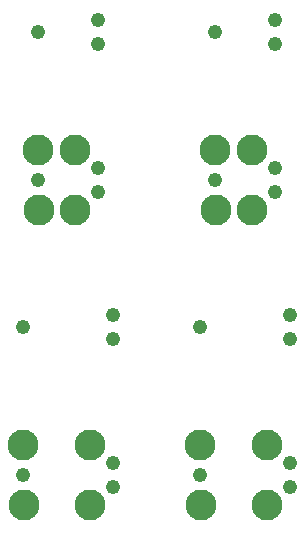
<source format=gbs>
G04 (created by PCBNEW-RS274X (2012-05-18 BZR 3565)-testing) date 5/24/2012 1:48:57 AM*
%MOIN*%
G04 Gerber Fmt 3.4, Leading zero omitted, Abs format*
%FSLAX34Y34*%
G01*
G70*
G90*
G04 APERTURE LIST*
%ADD10C,0.006*%
%ADD11C,0.0489*%
%ADD12C,0.0488*%
%ADD13C,0.1034*%
%ADD14C,0.1033*%
G04 APERTURE END LIST*
G54D10*
G54D11*
X44276Y-34449D03*
G54D12*
X46276Y-34049D03*
X46276Y-34849D03*
G54D11*
X50181Y-34449D03*
G54D12*
X52181Y-34049D03*
X52181Y-34849D03*
G54D11*
X44276Y-39370D03*
G54D12*
X46276Y-38970D03*
X46276Y-39770D03*
G54D13*
X44276Y-38370D03*
G54D14*
X45526Y-38370D03*
X44326Y-40370D03*
X45526Y-40370D03*
G54D11*
X50181Y-39370D03*
G54D12*
X52181Y-38970D03*
X52181Y-39770D03*
G54D13*
X50181Y-38370D03*
G54D14*
X51431Y-38370D03*
X50231Y-40370D03*
X51431Y-40370D03*
G54D11*
X43776Y-44291D03*
G54D12*
X46776Y-43891D03*
X46776Y-44691D03*
G54D11*
X49681Y-44291D03*
G54D12*
X52681Y-43891D03*
X52681Y-44691D03*
G54D11*
X43776Y-49213D03*
G54D12*
X46776Y-48813D03*
X46776Y-49613D03*
G54D13*
X43776Y-48213D03*
G54D14*
X46026Y-48213D03*
X43826Y-50213D03*
X46026Y-50213D03*
G54D11*
X49681Y-49213D03*
G54D12*
X52681Y-48813D03*
X52681Y-49613D03*
G54D13*
X49681Y-48213D03*
G54D14*
X51931Y-48213D03*
X49731Y-50213D03*
X51931Y-50213D03*
M02*

</source>
